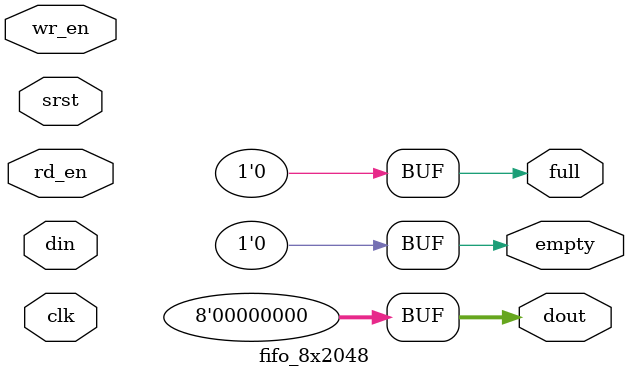
<source format=v>
module fifo_8x2048(	// file.cleaned.mlir:2:3
  input        clk,	// file.cleaned.mlir:2:29
               srst,	// file.cleaned.mlir:2:43
  input  [7:0] din,	// file.cleaned.mlir:2:58
  input        wr_en,	// file.cleaned.mlir:2:72
               rd_en,	// file.cleaned.mlir:2:88
  output [7:0] dout,	// file.cleaned.mlir:2:105
  output       full,	// file.cleaned.mlir:2:120
               empty	// file.cleaned.mlir:2:135
);

  assign dout = 8'h0;	// file.cleaned.mlir:3:14, :5:5
  assign full = 1'h0;	// file.cleaned.mlir:4:14, :5:5
  assign empty = 1'h0;	// file.cleaned.mlir:4:14, :5:5
endmodule


</source>
